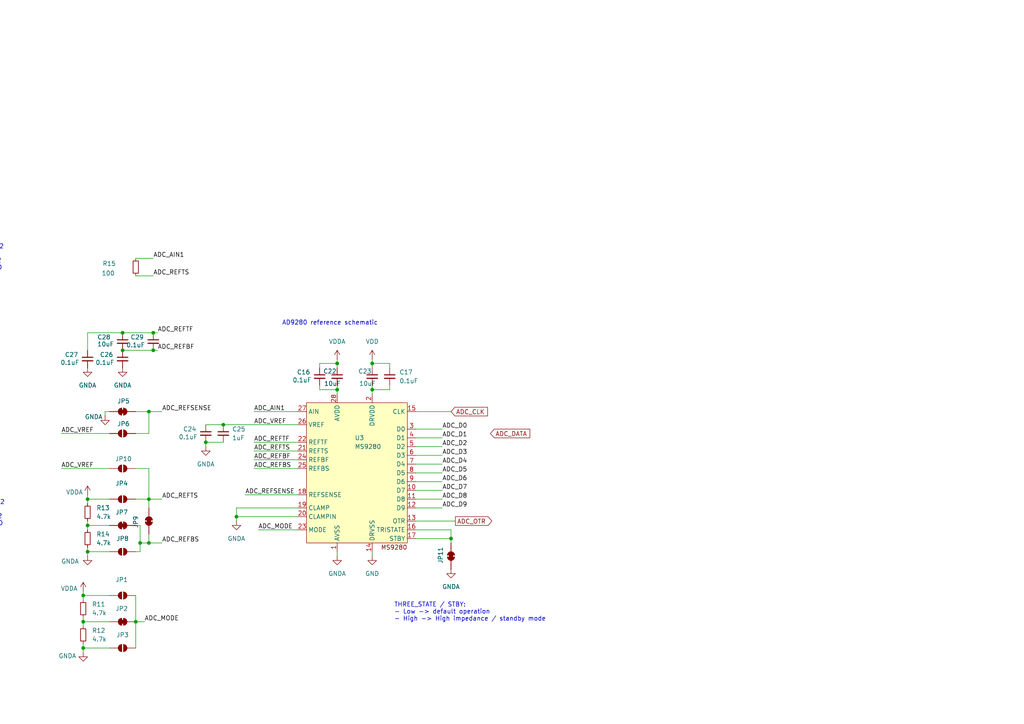
<source format=kicad_sch>
(kicad_sch (version 20231120) (generator "eeschema") (generator_version "8.0")
  (paper "A4")
  (lib_symbols
    (symbol "Device:C_Small" (pin_numbers hide) (pin_names (offset 0.254) hide)
      (property "Reference" "C" (at 0.254 1.778 0))
      (property "Value" "C_Small" (at 0.254 -2.032 0))
      (symbol "C_Small_0_1"
        (polyline (pts (xy -1.524 -0.508) (xy 1.524 -0.508)) (stroke (width 0.3302)))
        (polyline (pts (xy -1.524 0.508) (xy 1.524 0.508)) (stroke (width 0.3048)))
      )
      (symbol "C_Small_1_1"
        (pin passive line (at 0 2.54 270) (length 2.032) (name "~") (number "1"))
        (pin passive line (at 0 -2.54 90) (length 2.032) (name "~") (number "2"))
      )
    )
    (symbol "Device:R_Small" (pin_numbers hide) (pin_names (offset 0.254) hide)
      (property "Reference" "R" (at 0.762 0.508 0))
      (property "Value" "R_Small" (at 0.762 -1.016 0))
      (symbol "R_Small_0_1"
        (rectangle (start -0.762 1.778) (end 0.762 -1.778) (stroke (width 0.2032)))
      )
      (symbol "R_Small_1_1"
        (pin passive line (at 0 2.54 270) (length 0.762) (name "~") (number "1"))
        (pin passive line (at 0 -2.54 90) (length 0.762) (name "~") (number "2"))
      )
    )
    (symbol "Jumper:SolderJumper_2_Bridged" (pin_numbers hide) (pin_names (offset 0) hide) (exclude_from_sim yes) (in_bom no)
      (property "Reference" "JP" (at 0 2.032 0))
      (property "Value" "SolderJumper_2_Bridged" (at 0 -2.54 0))
      (symbol "SolderJumper_2_Bridged_0_1"
        (rectangle (start -0.508 0.508) (end 0.508 -0.508) (fill (type outline)))
        (arc (start -0.254 1.016) (mid -1.2656 0) (end -0.254 -1.016))
        (arc (start -0.254 1.016) (mid -1.2656 0) (end -0.254 -1.016) (fill (type outline)))
        (polyline (pts (xy -0.254 1.016) (xy -0.254 -1.016)))
        (polyline (pts (xy 0.254 1.016) (xy 0.254 -1.016)))
        (arc (start 0.254 -1.016) (mid 1.2656 0) (end 0.254 1.016))
        (arc (start 0.254 -1.016) (mid 1.2656 0) (end 0.254 1.016) (fill (type outline)))
      )
      (symbol "SolderJumper_2_Bridged_1_1"
        (pin passive line (at -3.81 0 0) (length 2.54) (name "A") (number "1"))
        (pin passive line (at 3.81 0 180) (length 2.54) (name "B") (number "2"))
      )
    )
    (symbol "Jumper:SolderJumper_2_Open" (pin_numbers hide) (pin_names (offset 0) hide) (exclude_from_sim yes) (in_bom no)
      (property "Reference" "JP" (at 0 2.032 0))
      (property "Value" "SolderJumper_2_Open" (at 0 -2.54 0))
      (symbol "SolderJumper_2_Open_0_1"
        (arc (start -0.254 1.016) (mid -1.2656 0) (end -0.254 -1.016))
        (arc (start -0.254 1.016) (mid -1.2656 0) (end -0.254 -1.016) (fill (type outline)))
        (polyline (pts (xy -0.254 1.016) (xy -0.254 -1.016)))
        (polyline (pts (xy 0.254 1.016) (xy 0.254 -1.016)))
        (arc (start 0.254 -1.016) (mid 1.2656 0) (end 0.254 1.016))
        (arc (start 0.254 -1.016) (mid 1.2656 0) (end 0.254 1.016) (fill (type outline)))
      )
      (symbol "SolderJumper_2_Open_1_1"
        (pin passive line (at -3.81 0 0) (length 2.54) (name "A") (number "1"))
        (pin passive line (at 3.81 0 180) (length 2.54) (name "B") (number "2"))
      )
    )
    (symbol "ms9280:MS9280"
      (property "Reference" "U" (at -13.97 17.78 0))
      (property "Value" "MS9280" (at 0 0 0))
      (symbol "MS9280_1_1"
        (rectangle (start -13.97 16.51) (end 15.24 -24.13) (fill (type background)))
        (text "MS9280\n" (at 11.43 -25.4 0) (effects (font (size 1.27 1.27))))
        (pin input line (at -5.08 -26.67 90) (length 2.54) (name "AVSS") (number "1"))
        (pin output line (at 17.78 -8.89 180) (length 2.54) (name "D7") (number "10"))
        (pin output line (at 17.78 -11.43 180) (length 2.54) (name "D8") (number "11"))
        (pin output line (at 17.78 -13.97 180) (length 2.54) (name "D9") (number "12"))
        (pin output line (at 17.78 -17.78 180) (length 2.54) (name "OTR") (number "13"))
        (pin output line (at 5.08 -26.67 90) (length 2.54) (name "DRVSS") (number "14"))
        (pin input line (at 17.78 13.97 180) (length 2.54) (name "CLK") (number "15"))
        (pin input line (at 17.78 -20.32 180) (length 2.54) (name "TRISTATE") (number "16"))
        (pin input line (at 17.78 -22.86 180) (length 2.54) (name "STBY") (number "17"))
        (pin input line (at -16.51 -10.16 0) (length 2.54) (name "REFSENSE") (number "18"))
        (pin input line (at -16.51 -13.97 0) (length 2.54) (name "CLAMP") (number "19"))
        (pin input line (at 5.08 19.05 270) (length 2.54) (name "DRVDD") (number "2"))
        (pin input line (at -16.51 -16.51 0) (length 2.54) (name "CLAMPIN") (number "20"))
        (pin input line (at -16.51 2.54 0) (length 2.54) (name "REFTS") (number "21"))
        (pin input line (at -16.51 5.08 0) (length 2.54) (name "REFTF") (number "22"))
        (pin input line (at -16.51 -20.32 0) (length 2.54) (name "MODE") (number "23"))
        (pin input line (at -16.51 0 0) (length 2.54) (name "REFBF") (number "24"))
        (pin input line (at -16.51 -2.54 0) (length 2.54) (name "REFBS") (number "25"))
        (pin input line (at -16.51 10.16 0) (length 2.54) (name "VREF") (number "26"))
        (pin input line (at -16.51 13.97 0) (length 2.54) (name "AIN") (number "27"))
        (pin input line (at -5.08 19.05 270) (length 2.54) (name "AVDD") (number "28"))
        (pin output line (at 17.78 8.89 180) (length 2.54) (name "D0") (number "3"))
        (pin output line (at 17.78 6.35 180) (length 2.54) (name "D1") (number "4"))
        (pin output line (at 17.78 3.81 180) (length 2.54) (name "D2") (number "5"))
        (pin output line (at 17.78 1.27 180) (length 2.54) (name "D3") (number "6"))
        (pin output line (at 17.78 -1.27 180) (length 2.54) (name "D4") (number "7"))
        (pin output line (at 17.78 -3.81 180) (length 2.54) (name "D5") (number "8"))
        (pin output line (at 17.78 -6.35 180) (length 2.54) (name "D6") (number "9"))
      )
    )
    (symbol "power:GND" (power) (pin_numbers hide) (pin_names (offset 0) hide)
      (property "Value" "GND" (at 0 -3.81 0))
      (symbol "GND_0_1"
        (polyline (pts (xy 0 0) (xy 0 -1.27) (xy 1.27 -1.27) (xy 0 -2.54) (xy -1.27 -1.27) (xy 0 -1.27)))
      )
      (symbol "GND_1_1"
        (pin power_in line (at 0 0 270) (length 0) (name "~") (number "1"))
      )
    )
    (symbol "power:GNDA" (power) (pin_numbers hide) (pin_names (offset 0) hide)
      (property "Value" "GNDA" (at 0 -3.81 0))
      (symbol "GNDA_0_1"
        (polyline (pts (xy 0 0) (xy 0 -1.27) (xy 1.27 -1.27) (xy 0 -2.54) (xy -1.27 -1.27) (xy 0 -1.27)))
      )
      (symbol "GNDA_1_1"
        (pin power_in line (at 0 0 270) (length 0) (name "~") (number "1"))
      )
    )
    (symbol "power:VDD" (power) (pin_numbers hide) (pin_names (offset 0) hide)
      (property "Value" "VDD" (at 0 3.556 0))
      (symbol "VDD_0_1"
        (polyline (pts (xy -0.762 1.27) (xy 0 2.54)))
        (polyline (pts (xy 0 0) (xy 0 2.54)))
        (polyline (pts (xy 0 2.54) (xy 0.762 1.27)))
      )
      (symbol "VDD_1_1"
        (pin power_in line (at 0 0 90) (length 0) (name "~") (number "1"))
      )
    )
    (symbol "power:VDDA" (power) (pin_numbers hide) (pin_names (offset 0) hide)
      (property "Value" "VDDA" (at 0 3.556 0))
      (symbol "VDDA_0_1"
        (polyline (pts (xy -0.762 1.27) (xy 0 2.54)))
        (polyline (pts (xy 0 0) (xy 0 2.54)))
        (polyline (pts (xy 0 2.54) (xy 0.762 1.27)))
      )
      (symbol "VDDA_1_1"
        (pin power_in line (at 0 0 90) (length 0) (name "~") (number "1"))
      )
    )
  )
  (junction (at 97.79 113.03))
  (junction (at 44.45 101.6))
  (junction (at 40.64 157.48))
  (junction (at 25.4 144.78))
  (junction (at 24.13 172.72))
  (junction (at 43.18 157.48))
  (junction (at 25.4 160.02))
  (junction (at 39.37 180.34))
  (junction (at 43.18 119.38))
  (junction (at 68.58 149.86))
  (junction (at 35.56 101.6))
  (junction (at 44.45 96.52))
  (junction (at 25.4 152.4))
  (junction (at 107.95 105.41))
  (junction (at 97.79 105.41))
  (junction (at 35.56 96.52))
  (junction (at 43.18 144.78))
  (junction (at 59.69 128.27))
  (junction (at 107.95 113.03))
  (junction (at 130.81 156.21))
  (junction (at 24.13 187.96))
  (junction (at 64.77 123.19))
  (junction (at 24.13 180.34))
  (wire (pts (xy 17.78 135.89) (xy 31.75 135.89)))
  (wire (pts (xy 97.79 105.41) (xy 97.79 106.68)))
  (wire (pts (xy 107.95 113.03) (xy 107.95 114.3)))
  (wire (pts (xy 25.4 151.13) (xy 25.4 152.4)))
  (wire (pts (xy 31.75 119.38) (xy 30.48 119.38)))
  (wire (pts (xy 25.4 160.02) (xy 25.4 161.29)))
  (wire (pts (xy 24.13 180.34) (xy 24.13 181.61)))
  (wire (pts (xy 86.36 147.32) (xy 68.58 147.32)))
  (wire (pts (xy 73.66 135.89) (xy 86.36 135.89)))
  (wire (pts (xy 73.66 119.38) (xy 86.36 119.38)))
  (wire (pts (xy 43.18 125.73) (xy 39.37 125.73)))
  (wire (pts (xy 24.13 186.69) (xy 24.13 187.96)))
  (wire (pts (xy 24.13 172.72) (xy 24.13 173.99)))
  (wire (pts (xy 107.95 105.41) (xy 113.03 105.41)))
  (wire (pts (xy 40.64 152.4) (xy 40.64 157.48)))
  (wire (pts (xy 39.37 152.4) (xy 40.64 152.4)))
  (wire (pts (xy 43.18 125.73) (xy 43.18 119.38)))
  (wire (pts (xy 68.58 149.86) (xy 86.36 149.86)))
  (wire (pts (xy 24.13 172.72) (xy 31.75 172.72)))
  (wire (pts (xy 73.66 133.35) (xy 86.36 133.35)))
  (wire (pts (xy 130.81 153.67) (xy 130.81 156.21)))
  (wire (pts (xy 120.65 119.38) (xy 130.81 119.38)))
  (wire (pts (xy 113.03 113.03) (xy 107.95 113.03)))
  (wire (pts (xy 24.13 179.07) (xy 24.13 180.34)))
  (wire (pts (xy 68.58 147.32) (xy 68.58 149.86)))
  (wire (pts (xy 39.37 172.72) (xy 39.37 180.34)))
  (wire (pts (xy 43.18 154.94) (xy 43.18 157.48)))
  (wire (pts (xy 59.69 123.19) (xy 64.77 123.19)))
  (wire (pts (xy 97.79 160.02) (xy 97.79 161.29)))
  (wire (pts (xy 64.77 123.19) (xy 86.36 123.19)))
  (wire (pts (xy 120.65 144.78) (xy 128.27 144.78)))
  (wire (pts (xy 120.65 151.13) (xy 132.08 151.13)))
  (wire (pts (xy 59.69 128.27) (xy 64.77 128.27)))
  (wire (pts (xy 120.65 127) (xy 128.27 127)))
  (wire (pts (xy 92.71 113.03) (xy 92.71 111.76)))
  (wire (pts (xy 107.95 105.41) (xy 107.95 106.68)))
  (wire (pts (xy 39.37 135.89) (xy 43.18 135.89)))
  (wire (pts (xy 120.65 147.32) (xy 128.27 147.32)))
  (wire (pts (xy 92.71 105.41) (xy 97.79 105.41)))
  (wire (pts (xy 120.65 139.7) (xy 128.27 139.7)))
  (wire (pts (xy 107.95 111.76) (xy 107.95 113.03)))
  (wire (pts (xy 17.78 125.73) (xy 31.75 125.73)))
  (wire (pts (xy 74.93 153.67) (xy 86.36 153.67)))
  (wire (pts (xy 39.37 144.78) (xy 43.18 144.78)))
  (wire (pts (xy 59.69 128.27) (xy 59.69 129.54)))
  (wire (pts (xy 120.65 153.67) (xy 130.81 153.67)))
  (wire (pts (xy 92.71 105.41) (xy 92.71 106.68)))
  (wire (pts (xy 40.64 157.48) (xy 40.64 160.02)))
  (wire (pts (xy 113.03 105.41) (xy 113.03 106.68)))
  (wire (pts (xy 40.64 160.02) (xy 39.37 160.02)))
  (wire (pts (xy 97.79 111.76) (xy 97.79 113.03)))
  (wire (pts (xy 25.4 96.52) (xy 35.56 96.52)))
  (wire (pts (xy 120.65 142.24) (xy 128.27 142.24)))
  (wire (pts (xy 120.65 132.08) (xy 128.27 132.08)))
  (wire (pts (xy 25.4 160.02) (xy 31.75 160.02)))
  (wire (pts (xy 25.4 144.78) (xy 25.4 146.05)))
  (wire (pts (xy 43.18 144.78) (xy 43.18 147.32)))
  (wire (pts (xy 30.48 119.38) (xy 30.48 120.65)))
  (wire (pts (xy 25.4 143.51) (xy 25.4 144.78)))
  (wire (pts (xy 73.66 128.27) (xy 86.36 128.27)))
  (wire (pts (xy 35.56 101.6) (xy 44.45 101.6)))
  (wire (pts (xy 39.37 180.34) (xy 39.37 187.96)))
  (wire (pts (xy 113.03 111.76) (xy 113.03 113.03)))
  (wire (pts (xy 120.65 129.54) (xy 128.27 129.54)))
  (wire (pts (xy 39.37 119.38) (xy 43.18 119.38)))
  (wire (pts (xy 120.65 156.21) (xy 130.81 156.21)))
  (wire (pts (xy 120.65 124.46) (xy 128.27 124.46)))
  (wire (pts (xy 68.58 149.86) (xy 68.58 151.13)))
  (wire (pts (xy 25.4 144.78) (xy 31.75 144.78)))
  (wire (pts (xy 40.64 157.48) (xy 43.18 157.48)))
  (wire (pts (xy 45.72 96.52) (xy 44.45 96.52)))
  (wire (pts (xy 120.65 134.62) (xy 128.27 134.62)))
  (wire (pts (xy 24.13 171.45) (xy 24.13 172.72)))
  (wire (pts (xy 25.4 96.52) (xy 25.4 101.6)))
  (wire (pts (xy 107.95 160.02) (xy 107.95 161.29)))
  (wire (pts (xy 24.13 187.96) (xy 24.13 189.23)))
  (wire (pts (xy 35.56 96.52) (xy 44.45 96.52)))
  (wire (pts (xy 107.95 104.14) (xy 107.95 105.41)))
  (wire (pts (xy 25.4 152.4) (xy 31.75 152.4)))
  (wire (pts (xy 24.13 187.96) (xy 31.75 187.96)))
  (wire (pts (xy 39.37 74.93) (xy 44.45 74.93)))
  (wire (pts (xy 130.81 156.21) (xy 130.81 157.48)))
  (wire (pts (xy 43.18 135.89) (xy 43.18 144.78)))
  (wire (pts (xy 97.79 105.41) (xy 97.79 104.14)))
  (wire (pts (xy 86.36 130.81) (xy 73.66 130.81)))
  (wire (pts (xy 24.13 180.34) (xy 31.75 180.34)))
  (wire (pts (xy 46.99 144.78) (xy 43.18 144.78)))
  (wire (pts (xy 43.18 119.38) (xy 46.99 119.38)))
  (wire (pts (xy 92.71 113.03) (xy 97.79 113.03)))
  (wire (pts (xy 25.4 152.4) (xy 25.4 153.67)))
  (wire (pts (xy 39.37 80.01) (xy 44.45 80.01)))
  (wire (pts (xy 71.12 143.51) (xy 86.36 143.51)))
  (wire (pts (xy 97.79 113.03) (xy 97.79 114.3)))
  (wire (pts (xy 44.45 101.6) (xy 45.72 101.6)))
  (wire (pts (xy 41.91 180.34) (xy 39.37 180.34)))
  (wire (pts (xy 25.4 158.75) (xy 25.4 160.02)))
  (wire (pts (xy 120.65 137.16) (xy 128.27 137.16)))
  (wire (pts (xy 46.99 157.48) (xy 43.18 157.48)))
  (text "REFTS, REFBS\n- Differential (Default): short REFTS, REFBS, VDDA/2\n	- AIN: 1, short: 2\n- Center: REFTS <-> AVDD/2, REFBS <-> AVDD/2\n- Top/Bottom: REFTS <-> VREF, REFBS <-> AGND" (at -51.054 73.66 0) (effects (font (size 1.27 1.27) (thickness 0.1588)) (justify left)))
  (text "THREE_STATE / STBY:\n- Low -> default operation\n- High -> High impedance / standby mode" (at 114.3 177.546 0) (effects (font (size 1.27 1.27) (thickness 0.1588)) (justify left)))
  (text "REFTS, REFBS\n- Differential (Default): short REFTS, REFBS, VDDA/2\n	- AIN: 1, short: 2\n- Center: REFTS <-> AVDD/2, REFBS <-> AVDD/2\n- Top/Bottom: REFTS <-> VREF, REFBS <-> AGND" (at -50.8 147.828 0) (effects (font (size 1.27 1.27) (thickness 0.1588)) (justify left)))
  (text "AD9280 reference schematic\n" (at 81.788 93.726 0) (effects (font (size 1.27 1.27) (thickness 0.1588)) (justify left)))
  (label "ADC_MODE" (at 41.91 180.34 0))
  (label "ADC_VREF" (at 17.78 135.89 0))
  (label "ADC_AIN1" (at 73.66 119.38 0))
  (label "ADC_D7" (at 128.27 142.24 0))
  (label "ADC_VREF" (at 17.78 125.73 0))
  (label "ADC_D0" (at 128.27 124.46 0))
  (label "ADC_VREF" (at 73.66 123.19 0))
  (label "ADC_D3" (at 128.27 132.08 0))
  (label "ADC_REFSENSE" (at 71.12 143.51 0))
  (label "ADC_REFTF" (at 73.66 128.27 0))
  (label "ADC_MODE" (at 74.93 153.67 0))
  (label "ADC_REFTS" (at 46.99 144.78 0))
  (label "ADC_REFTS" (at 73.66 130.81 0))
  (label "ADC_AIN1" (at 44.45 74.93 0))
  (label "ADC_REFTS" (at 44.45 80.01 0))
  (label "ADC_D9" (at 128.27 147.32 0))
  (label "ADC_D6" (at 128.27 139.7 0))
  (label "ADC_REFBF" (at 73.66 133.35 0))
  (label "ADC_REFBF" (at 45.72 101.6 0))
  (label "ADC_D5" (at 128.27 137.16 0))
  (label "ADC_D4" (at 128.27 134.62 0))
  (label "ADC_D2" (at 128.27 129.54 0))
  (label "ADC_REFTF" (at 45.72 96.52 0))
  (label "ADC_REFBS" (at 46.99 157.48 0))
  (label "ADC_D1" (at 128.27 127 0))
  (label "ADC_REFSENSE" (at 46.99 119.38 0))
  (label "ADC_REFBS" (at 73.66 135.89 0))
  (label "ADC_D8" (at 128.27 144.78 0))
  (global_label "ADC_DATA" (shape input) (at 142.24 125.73 0) (property "Intersheetrefs" "${INTERSHEET_REFS}" (effects (hide yes))))
  (global_label "ADC_CLK" (shape input) (at 130.81 119.38 0) (property "Intersheetrefs" "${INTERSHEET_REFS}" (effects (hide yes))))
  (global_label "ADC_OTR" (shape output) (at 132.08 151.13 0) (property "Intersheetrefs" "${INTERSHEET_REFS}" (effects (hide yes))))
  (symbol (lib_id "power:GNDA") (at 30.48 120.65 0) (unit 1)
    (property "Reference" "#PWR26" (effects (hide yes)))
    (property "Value" "GNDA" (at 27.178 120.904 0))
    (property "Description" "Power symbol creates a global label with name \"GNDA\" , analog ground" (effects (hide yes)))
  )
  (symbol (lib_id "Device:C_Small") (at 59.69 125.73 0) (unit 1)
    (property "Reference" "C24" (at 53.086 124.46 0) (effects (justify left)))
    (property "Value" "0.1uF" (at 51.816 126.746 0) (effects (justify left)))
    (property "Footprint" "Capacitor_SMD:C_0402_1005Metric" (effects (hide yes)))
    (property "Datasheet" "https://jlcpcb.com/api/file/downloadByFileSystemAccessId/8554627388281098240" (effects (hide yes)))
    (property "Description" "Unpolarized capacitor, small symbol" (effects (hide yes)))
    (property "LCSC Part Number" "C307331" (effects (hide yes)))
    (property "Manufacturing Part Number" "CL05B104KB54PNC" (effects (hide yes)))
  )
  (symbol (lib_id "power:VDDA") (at 25.4 143.51 0) (unit 1)
    (property "Reference" "#PWR27" (effects (hide yes)))
    (property "Value" "VDDA" (at 21.59 142.748 0))
    (property "Description" "Power symbol creates a global label with name \"VDDA\"" (effects (hide yes)))
  )
  (symbol (lib_id "Device:C_Small") (at 97.79 109.22 0) (unit 1)
    (property "Reference" "C22" (at 93.726 107.696 0) (effects (justify left)))
    (property "Value" "10uF" (at 93.98 111.252 0) (effects (justify left)))
    (property "Footprint" "Capacitor_SMD:C_0603_1608Metric" (effects (hide yes)))
    (property "Datasheet" "https://jlcpcb.com/api/file/downloadByFileSystemAccessId/8579707107920437248" (effects (hide yes)))
    (property "Description" "Unpolarized capacitor, small symbol" (effects (hide yes)))
    (property "LCSC Part Number" "C19702" (effects (hide yes)))
    (property "Manufacturing Part Number" "CL10A106KP8NNNC" (effects (hide yes)))
  )
  (symbol (lib_id "power:VDDA") (at 24.13 171.45 0) (unit 1)
    (property "Reference" "#PWR25" (effects (hide yes)))
    (property "Value" "VDDA" (at 20.066 170.688 0))
    (property "Description" "Power symbol creates a global label with name \"VDDA\"" (effects (hide yes)))
  )
  (symbol (lib_id "Jumper:SolderJumper_2_Bridged") (at 130.81 161.29 90) (unit 1) (exclude_from_sim yes) (in_bom no)
    (property "Reference" "JP11" (at 127.762 161.036 0))
    (property "Value" "SolderJumper_2_Bridged" (effects (hide yes)))
    (property "Description" "Solder Jumper, 2-pole, closed/bridged" (effects (hide yes)))
  )
  (symbol (lib_id "Jumper:SolderJumper_2_Bridged") (at 35.56 180.34 0) (unit 1) (exclude_from_sim yes) (in_bom no)
    (property "Reference" "JP2" (at 35.306 176.53 0))
    (property "Value" "SolderJumper_2_Bridged" (effects (hide yes)))
    (property "Description" "Solder Jumper, 2-pole, closed/bridged" (effects (hide yes)))
  )
  (symbol (lib_id "Device:C_Small") (at 35.56 99.06 0) (unit 1)
    (property "Reference" "C28" (at 28.194 97.79 0) (effects (justify left)))
    (property "Value" "10uF" (at 28.194 99.822 0) (effects (justify left)))
    (property "Footprint" "Capacitor_SMD:C_0603_1608Metric" (effects (hide yes)))
    (property "Datasheet" "https://jlcpcb.com/api/file/downloadByFileSystemAccessId/8579707107920437248" (effects (hide yes)))
    (property "Description" "Unpolarized capacitor, small symbol" (effects (hide yes)))
    (property "LCSC Part Number" "C19702" (effects (hide yes)))
    (property "Manufacturing Part Number" "CL10A106KP8NNNC" (effects (hide yes)))
  )
  (symbol (lib_id "power:GND") (at 107.95 161.29 0) (unit 1)
    (property "Reference" "#PWR32" (effects (hide yes)))
    (property "Value" "GND" (at 107.95 166.37 0))
    (property "Description" "Power symbol creates a global label with name \"GND\" , ground" (effects (hide yes)))
  )
  (symbol (lib_id "Device:C_Small") (at 25.4 104.14 0) (unit 1)
    (property "Reference" "C27" (at 18.796 102.87 0) (effects (justify left)))
    (property "Value" "0.1uF" (at 17.526 105.156 0) (effects (justify left)))
    (property "Footprint" "Capacitor_SMD:C_0402_1005Metric" (effects (hide yes)))
    (property "Datasheet" "https://jlcpcb.com/api/file/downloadByFileSystemAccessId/8554627388281098240" (effects (hide yes)))
    (property "Description" "Unpolarized capacitor, small symbol" (effects (hide yes)))
    (property "LCSC Part Number" "C307331" (effects (hide yes)))
    (property "Manufacturing Part Number" "CL05B104KB54PNC" (effects (hide yes)))
  )
  (symbol (lib_id "power:VDDA") (at 97.79 104.14 0) (unit 1)
    (property "Reference" "#PWR22" (effects (hide yes)))
    (property "Value" "VDDA" (at 97.79 99.06 0))
    (property "Description" "Power symbol creates a global label with name \"VDDA\"" (effects (hide yes)))
  )
  (symbol (lib_id "Device:C_Small") (at 92.71 109.22 0) (unit 1)
    (property "Reference" "C16" (at 86.106 107.95 0) (effects (justify left)))
    (property "Value" "0.1uF" (at 84.836 110.236 0) (effects (justify left)))
    (property "Footprint" "Capacitor_SMD:C_0402_1005Metric" (effects (hide yes)))
    (property "Datasheet" "https://jlcpcb.com/api/file/downloadByFileSystemAccessId/8554627388281098240" (effects (hide yes)))
    (property "Description" "Unpolarized capacitor, small symbol" (effects (hide yes)))
    (property "LCSC Part Number" "C307331" (effects (hide yes)))
    (property "Manufacturing Part Number" "CL05B104KB54PNC" (effects (hide yes)))
  )
  (symbol (lib_id "Jumper:SolderJumper_2_Open") (at 35.56 135.89 0) (unit 1) (exclude_from_sim yes) (in_bom no)
    (property "Reference" "JP10" (at 35.814 133.096 0))
    (property "Value" "SolderJumper_2_Open" (effects (hide yes)))
    (property "Footprint" "Jumper:SolderJumper-3_P1.3mm_Bridged12_Pad1.0x1.5mm_NumberLabels" (effects (hide yes)))
    (property "Description" "Solder Jumper, 2-pole, open" (effects (hide yes)))
  )
  (symbol (lib_id "Device:C_Small") (at 64.77 125.73 0) (unit 1)
    (property "Reference" "C25" (at 67.31 124.4662 0) (effects (justify left)))
    (property "Value" "1uF" (at 67.31 127.0062 0) (effects (justify left)))
    (property "Footprint" "Capacitor_SMD:C_0805_2012Metric" (effects (hide yes)))
    (property "Datasheet" "https://jlcpcb.com/api/file/downloadByFileSystemAccessId/8579706862004473856" (effects (hide yes)))
    (property "Description" "Unpolarized capacitor, small symbol" (effects (hide yes)))
    (property "Manufacturing Part Number" "CL21B105KBFNNNE" (effects (hide yes)))
    (property "LCSC Part Number" "C28323" (effects (hide yes)))
  )
  (symbol (lib_id "Jumper:SolderJumper_2_Bridged") (at 43.18 151.13 90) (unit 1) (exclude_from_sim yes) (in_bom no)
    (property "Reference" "JP9" (at 39.37 151.384 0))
    (property "Value" "SolderJumper_2_Bridged" (effects (hide yes)))
    (property "Description" "Solder Jumper, 2-pole, closed/bridged" (effects (hide yes)))
  )
  (symbol (lib_id "Jumper:SolderJumper_2_Open") (at 35.56 187.96 0) (unit 1) (exclude_from_sim yes) (in_bom no)
    (property "Reference" "JP3" (at 35.56 184.15 0))
    (property "Value" "SolderJumper_2_Open" (effects (hide yes)))
    (property "Footprint" "Jumper:SolderJumper-3_P1.3mm_Bridged12_Pad1.0x1.5mm_NumberLabels" (effects (hide yes)))
    (property "Description" "Solder Jumper, 2-pole, open" (effects (hide yes)))
  )
  (symbol (lib_id "Device:C_Small") (at 107.95 109.22 0) (unit 1)
    (property "Reference" "C23" (at 103.886 107.696 0) (effects (justify left)))
    (property "Value" "10uF" (at 104.14 111.252 0) (effects (justify left)))
    (property "Footprint" "Capacitor_SMD:C_0603_1608Metric" (effects (hide yes)))
    (property "Datasheet" "https://jlcpcb.com/api/file/downloadByFileSystemAccessId/8579707107920437248" (effects (hide yes)))
    (property "Description" "Unpolarized capacitor, small symbol" (effects (hide yes)))
    (property "LCSC Part Number" "C19702" (effects (hide yes)))
    (property "Manufacturing Part Number" "CL10A106KP8NNNC" (effects (hide yes)))
  )
  (symbol (lib_id "Jumper:SolderJumper_2_Open") (at 35.56 172.72 0) (unit 1) (exclude_from_sim yes) (in_bom no)
    (property "Reference" "JP1" (at 35.306 168.148 0))
    (property "Value" "SolderJumper_2_Open" (effects (hide yes)))
    (property "Footprint" "Jumper:SolderJumper-3_P1.3mm_Bridged12_Pad1.0x1.5mm_NumberLabels" (effects (hide yes)))
    (property "Description" "Solder Jumper, 2-pole, open" (effects (hide yes)))
  )
  (symbol (lib_id "ms9280:MS9280") (at 102.87 133.35 0) (unit 1)
    (property "Reference" "U3" (at 102.87 127 0) (effects (justify left)))
    (property "Value" "MS9280" (at 102.87 129.54 0) (effects (justify left)))
    (property "Footprint" "Package_SO:SSOP-28_5.3x10.2mm_P0.65mm" (effects (hide yes)))
  )
  (symbol (lib_id "power:GNDA") (at 97.79 161.29 0) (unit 1)
    (property "Reference" "#PWR31" (effects (hide yes)))
    (property "Value" "GNDA" (at 97.79 166.37 0))
    (property "Description" "Power symbol creates a global label with name \"GNDA\" , analog ground" (effects (hide yes)))
  )
  (symbol (lib_id "Jumper:SolderJumper_2_Open") (at 35.56 160.02 0) (unit 1) (exclude_from_sim yes) (in_bom no)
    (property "Reference" "JP8" (at 35.56 156.21 0))
    (property "Value" "SolderJumper_2_Open" (effects (hide yes)))
    (property "Footprint" "Jumper:SolderJumper-3_P1.3mm_Bridged12_Pad1.0x1.5mm_NumberLabels" (effects (hide yes)))
    (property "Description" "Solder Jumper, 2-pole, open" (effects (hide yes)))
  )
  (symbol (lib_id "power:GNDA") (at 35.56 106.68 0) (unit 1)
    (property "Reference" "#PWR34" (effects (hide yes)))
    (property "Value" "GNDA" (at 35.56 111.76 0))
    (property "Description" "Power symbol creates a global label with name \"GNDA\" , analog ground" (effects (hide yes)))
  )
  (symbol (lib_id "Device:C_Small") (at 35.56 104.14 0) (unit 1)
    (property "Reference" "C26" (at 28.956 102.87 0) (effects (justify left)))
    (property "Value" "0.1uF" (at 27.686 105.156 0) (effects (justify left)))
    (property "Footprint" "Capacitor_SMD:C_0402_1005Metric" (effects (hide yes)))
    (property "Datasheet" "https://jlcpcb.com/api/file/downloadByFileSystemAccessId/8554627388281098240" (effects (hide yes)))
    (property "Description" "Unpolarized capacitor, small symbol" (effects (hide yes)))
    (property "LCSC Part Number" "C307331" (effects (hide yes)))
    (property "Manufacturing Part Number" "CL05B104KB54PNC" (effects (hide yes)))
  )
  (symbol (lib_id "Jumper:SolderJumper_2_Open") (at 35.56 125.73 0) (unit 1) (exclude_from_sim yes) (in_bom no)
    (property "Reference" "JP6" (at 35.814 122.936 0))
    (property "Value" "SolderJumper_2_Open" (effects (hide yes)))
    (property "Footprint" "Jumper:SolderJumper-3_P1.3mm_Bridged12_Pad1.0x1.5mm_NumberLabels" (effects (hide yes)))
    (property "Description" "Solder Jumper, 2-pole, open" (effects (hide yes)))
  )
  (symbol (lib_id "Jumper:SolderJumper_2_Bridged") (at 35.56 119.38 0) (unit 1) (exclude_from_sim yes) (in_bom no)
    (property "Reference" "JP5" (at 35.814 116.332 0))
    (property "Value" "SolderJumper_2_Bridged" (effects (hide yes)))
    (property "Description" "Solder Jumper, 2-pole, closed/bridged" (effects (hide yes)))
  )
  (symbol (lib_id "Device:R_Small") (at 24.13 176.53 0) (unit 1)
    (property "Reference" "R11" (at 26.67 175.2599 0) (effects (justify left)))
    (property "Value" "4.7k" (at 26.67 177.7999 0) (effects (justify left)))
    (property "Footprint" "Resistor_SMD:R_0402_1005Metric" (effects (hide yes)))
    (property "Datasheet" "https://jlcpcb.com/api/file/downloadByFileSystemAccessId/8579705941367193600" (effects (hide yes)))
    (property "Description" "Resistor, small symbol" (effects (hide yes)))
    (property "LCSC Part Number" "C25900" (effects (hide yes)))
    (property "Manufacturing Part Number" "0402WGF4701TCE" (effects (hide yes)))
  )
  (symbol (lib_id "Device:R_Small") (at 25.4 148.59 0) (unit 1)
    (property "Reference" "R13" (at 27.94 147.3199 0) (effects (justify left)))
    (property "Value" "4.7k" (at 27.94 149.8599 0) (effects (justify left)))
    (property "Footprint" "Resistor_SMD:R_0402_1005Metric" (effects (hide yes)))
    (property "Datasheet" "https://jlcpcb.com/api/file/downloadByFileSystemAccessId/8579705941367193600" (effects (hide yes)))
    (property "Description" "Resistor, small symbol" (effects (hide yes)))
    (property "LCSC Part Number" "C25900" (effects (hide yes)))
    (property "Manufacturing Part Number" "0402WGF4701TCE" (effects (hide yes)))
  )
  (symbol (lib_id "Jumper:SolderJumper_2_Bridged") (at 35.56 152.4 0) (unit 1) (exclude_from_sim yes) (in_bom no)
    (property "Reference" "JP7" (at 35.306 148.59 0))
    (property "Value" "SolderJumper_2_Bridged" (effects (hide yes)))
    (property "Description" "Solder Jumper, 2-pole, closed/bridged" (effects (hide yes)))
  )
  (symbol (lib_id "power:GNDA") (at 130.81 165.1 0) (unit 1)
    (property "Reference" "#PWR21" (effects (hide yes)))
    (property "Value" "GNDA" (at 130.81 170.18 0))
    (property "Description" "Power symbol creates a global label with name \"GNDA\" , analog ground" (effects (hide yes)))
  )
  (symbol (lib_id "Device:R_Small") (at 39.37 77.47 0) (unit 1)
    (property "Reference" "R15" (at 29.718 76.454 0) (effects (justify left)))
    (property "Value" "100" (at 29.464 79.248 0) (effects (justify left)))
    (property "Footprint" "Capacitor_SMD:C_0603_1608Metric_Pad1.08x0.95mm_HandSolder" (effects (hide yes)))
    (property "Datasheet" "https://jlcpcb.com/api/file/downloadByFileSystemAccessId/8579706114222985216" (effects (hide yes)))
    (property "Description" "Resistor, small symbol" (effects (hide yes)))
    (property "Manufacturing Part Number" "0603WAF1000T5E" (effects (hide yes)))
    (property "LCSC Part Number" "C22775" (effects (hide yes)))
  )
  (symbol (lib_id "Device:R_Small") (at 25.4 156.21 0) (unit 1)
    (property "Reference" "R14" (at 27.94 154.9399 0) (effects (justify left)))
    (property "Value" "4.7k" (at 27.94 157.4799 0) (effects (justify left)))
    (property "Footprint" "Resistor_SMD:R_0402_1005Metric" (effects (hide yes)))
    (property "Datasheet" "https://jlcpcb.com/api/file/downloadByFileSystemAccessId/8579705941367193600" (effects (hide yes)))
    (property "Description" "Resistor, small symbol" (effects (hide yes)))
    (property "LCSC Part Number" "C25900" (effects (hide yes)))
    (property "Manufacturing Part Number" "0402WGF4701TCE" (effects (hide yes)))
  )
  (symbol (lib_id "power:GNDA") (at 59.69 129.54 0) (unit 1)
    (property "Reference" "#PWR29" (effects (hide yes)))
    (property "Value" "GNDA" (at 59.69 134.62 0))
    (property "Description" "Power symbol creates a global label with name \"GNDA\" , analog ground" (effects (hide yes)))
  )
  (symbol (lib_id "Device:R_Small") (at 24.13 184.15 0) (unit 1)
    (property "Reference" "R12" (at 26.67 182.8799 0) (effects (justify left)))
    (property "Value" "4.7k" (at 26.67 185.4199 0) (effects (justify left)))
    (property "Footprint" "Resistor_SMD:R_0402_1005Metric" (effects (hide yes)))
    (property "Datasheet" "https://jlcpcb.com/api/file/downloadByFileSystemAccessId/8579705941367193600" (effects (hide yes)))
    (property "Description" "Resistor, small symbol" (effects (hide yes)))
    (property "LCSC Part Number" "C25900" (effects (hide yes)))
    (property "Manufacturing Part Number" "0402WGF4701TCE" (effects (hide yes)))
  )
  (symbol (lib_id "Device:C_Small") (at 44.45 99.06 0) (unit 1)
    (property "Reference" "C29" (at 37.846 97.79 0) (effects (justify left)))
    (property "Value" "0.1uF" (at 36.576 100.076 0) (effects (justify left)))
    (property "Footprint" "Capacitor_SMD:C_0402_1005Metric" (effects (hide yes)))
    (property "Datasheet" "https://jlcpcb.com/api/file/downloadByFileSystemAccessId/8554627388281098240" (effects (hide yes)))
    (property "Description" "Unpolarized capacitor, small symbol" (effects (hide yes)))
    (property "LCSC Part Number" "C307331" (effects (hide yes)))
    (property "Manufacturing Part Number" "CL05B104KB54PNC" (effects (hide yes)))
  )
  (symbol (lib_id "power:GNDA") (at 24.13 189.23 0) (unit 1)
    (property "Reference" "#PWR24" (effects (hide yes)))
    (property "Value" "GNDA" (at 19.558 190.246 0))
    (property "Description" "Power symbol creates a global label with name \"GNDA\" , analog ground" (effects (hide yes)))
  )
  (symbol (lib_id "Jumper:SolderJumper_2_Open") (at 35.56 144.78 0) (unit 1) (exclude_from_sim yes) (in_bom no)
    (property "Reference" "JP4" (at 35.306 140.208 0))
    (property "Value" "SolderJumper_2_Open" (effects (hide yes)))
    (property "Footprint" "Jumper:SolderJumper-3_P1.3mm_Bridged12_Pad1.0x1.5mm_NumberLabels" (effects (hide yes)))
    (property "Description" "Solder Jumper, 2-pole, open" (effects (hide yes)))
  )
  (symbol (lib_id "power:GNDA") (at 25.4 161.29 0) (unit 1)
    (property "Reference" "#PWR28" (effects (hide yes)))
    (property "Value" "GNDA" (at 20.32 162.814 0))
    (property "Description" "Power symbol creates a global label with name \"GNDA\" , analog ground" (effects (hide yes)))
  )
  (symbol (lib_id "power:VDD") (at 107.95 104.14 0) (unit 1)
    (property "Reference" "#PWR23" (effects (hide yes)))
    (property "Value" "VDD" (at 107.95 99.06 0))
    (property "Description" "Power symbol creates a global label with name \"VDD\"" (effects (hide yes)))
  )
  (symbol (lib_id "power:GNDA") (at 68.58 151.13 0) (unit 1)
    (property "Reference" "#PWR30" (effects (hide yes)))
    (property "Value" "GNDA" (at 68.58 156.21 0))
    (property "Description" "Power symbol creates a global label with name \"GNDA\" , analog ground" (effects (hide yes)))
  )
  (symbol (lib_id "Device:C_Small") (at 113.03 109.22 0) (unit 1)
    (property "Reference" "C17" (at 115.824 107.95 0) (effects (justify left)))
    (property "Value" "0.1uF" (at 115.824 110.49 0) (effects (justify left)))
    (property "Footprint" "Capacitor_SMD:C_0402_1005Metric" (effects (hide yes)))
    (property "Datasheet" "https://jlcpcb.com/api/file/downloadByFileSystemAccessId/8554627388281098240" (effects (hide yes)))
    (property "Description" "Unpolarized capacitor, small symbol" (effects (hide yes)))
    (property "LCSC Part Number" "C307331" (effects (hide yes)))
    (property "Manufacturing Part Number" "CL05B104KB54PNC" (effects (hide yes)))
  )
  (symbol (lib_id "power:GNDA") (at 25.4 106.68 0) (unit 1)
    (property "Reference" "#PWR33" (effects (hide yes)))
    (property "Value" "GNDA" (at 25.4 111.76 0))
    (property "Description" "Power symbol creates a global label with name \"GNDA\" , analog ground" (effects (hide yes)))
  )
)
</source>
